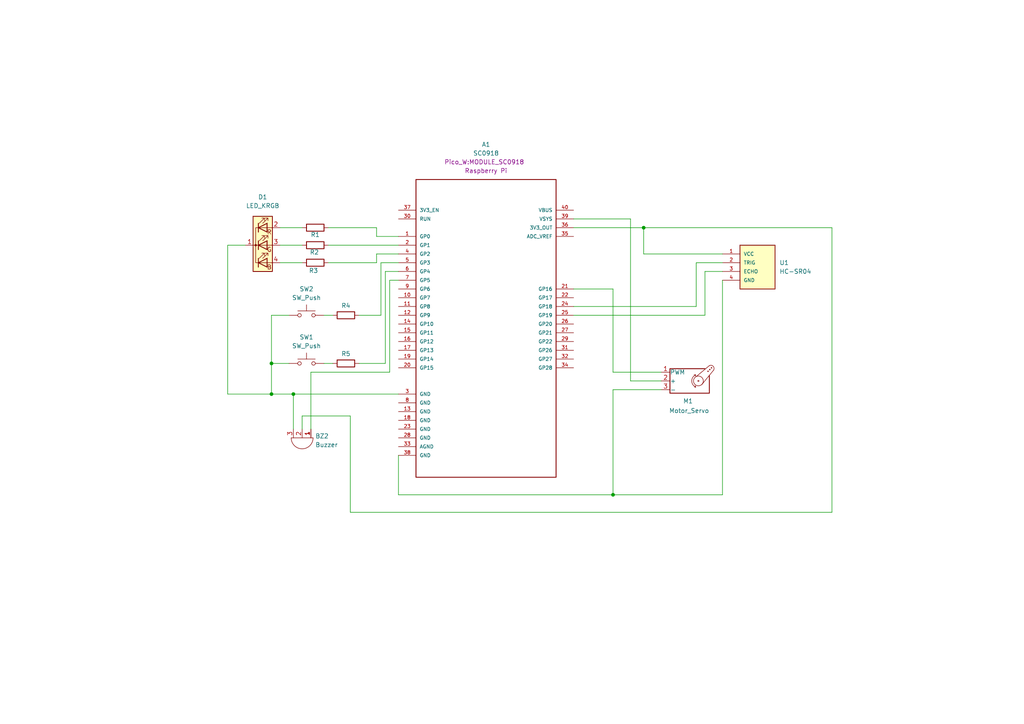
<source format=kicad_sch>
(kicad_sch (version 20231120) (generator "eeschema") (generator_version "8.0")
  (paper "A4")
  (lib_symbols
    (symbol "Buzzer_1" (pin_names (offset 0.0254) hide)
      (property "Reference" "BZ" (at 3.81 1.27 0))
      (property "Value" "Buzzer" (at 3.81 -1.27 0))
      (symbol "Buzzer_1_0_1"
        (arc (start 0 -3.175) (mid 3.1612 0) (end 0 3.175))
        (polyline (pts (xy -1.651 1.905) (xy -1.143 1.905)))
        (polyline (pts (xy -1.397 2.159) (xy -1.397 1.651)))
        (polyline (pts (xy 0 3.175) (xy 0 -3.175)))
      )
      (symbol "Buzzer_1_1_1"
        (pin passive line (at -2.54 2.54 0) (length 2.54) (name "+") (number "1"))
        (pin passive line (at -2.54 2.54 0) (length 2.54) (name "s") (number "1"))
        (pin passive line (at -2.54 0 0) (length 2.54) (name "+") (number "2"))
        (pin passive line (at -2.54 -2.54 0) (length 2.54) (name "-") (number "3"))
      )
    )
    (symbol "Device:LED_KRGB" (pin_names (offset 0) hide)
      (property "Reference" "D" (at 0 9.398 0))
      (property "Value" "LED_KRGB" (at 0 -8.89 0))
      (symbol "LED_KRGB_0_0"
        (text "B" (at 1.905 -6.35 0) (effects (font (size 1.27 1.27))))
        (text "G" (at 1.905 -1.27 0) (effects (font (size 1.27 1.27))))
        (text "R" (at 1.905 3.81 0) (effects (font (size 1.27 1.27))))
      )
      (symbol "LED_KRGB_0_1"
        (circle (center -2.032 0) (radius 0.254) (fill (type outline)))
        (polyline (pts (xy -1.27 -5.08) (xy 1.27 -5.08)))
        (polyline (pts (xy -1.27 -3.81) (xy -1.27 -6.35)) (stroke (width 0.254)))
        (polyline (pts (xy -1.27 0) (xy -2.54 0)))
        (polyline (pts (xy -1.27 1.27) (xy -1.27 -1.27)) (stroke (width 0.254)))
        (polyline (pts (xy -1.27 5.08) (xy 1.27 5.08)))
        (polyline (pts (xy -1.27 6.35) (xy -1.27 3.81)) (stroke (width 0.254)))
        (polyline (pts (xy 1.27 -5.08) (xy 2.54 -5.08)))
        (polyline (pts (xy 1.27 0) (xy -1.27 0)))
        (polyline (pts (xy 1.27 0) (xy 2.54 0)))
        (polyline (pts (xy 1.27 5.08) (xy 2.54 5.08)))
        (polyline (pts (xy -1.27 1.27) (xy -1.27 -1.27) (xy -1.27 -1.27)))
        (polyline (pts (xy -1.27 6.35) (xy -1.27 3.81) (xy -1.27 3.81)))
        (polyline (pts (xy -1.27 5.08) (xy -2.032 5.08) (xy -2.032 -5.08) (xy -1.016 -5.08)))
        (polyline (pts (xy 1.27 -3.81) (xy 1.27 -6.35) (xy -1.27 -5.08) (xy 1.27 -3.81)) (stroke (width 0.254)))
        (polyline (pts (xy 1.27 1.27) (xy 1.27 -1.27) (xy -1.27 0) (xy 1.27 1.27)) (stroke (width 0.254)))
        (polyline (pts (xy 1.27 6.35) (xy 1.27 3.81) (xy -1.27 5.08) (xy 1.27 6.35)) (stroke (width 0.254)))
        (polyline (pts (xy -1.016 -3.81) (xy 0.508 -2.286) (xy -0.254 -2.286) (xy 0.508 -2.286) (xy 0.508 -3.048)))
        (polyline (pts (xy -1.016 1.27) (xy 0.508 2.794) (xy -0.254 2.794) (xy 0.508 2.794) (xy 0.508 2.032)))
        (polyline (pts (xy -1.016 6.35) (xy 0.508 7.874) (xy -0.254 7.874) (xy 0.508 7.874) (xy 0.508 7.112)))
        (polyline (pts (xy 0 -3.81) (xy 1.524 -2.286) (xy 0.762 -2.286) (xy 1.524 -2.286) (xy 1.524 -3.048)))
        (polyline (pts (xy 0 1.27) (xy 1.524 2.794) (xy 0.762 2.794) (xy 1.524 2.794) (xy 1.524 2.032)))
        (polyline (pts (xy 0 6.35) (xy 1.524 7.874) (xy 0.762 7.874) (xy 1.524 7.874) (xy 1.524 7.112)))
        (rectangle (start 1.27 -1.27) (end 1.27 1.27))
        (rectangle (start 1.27 1.27) (end 1.27 1.27))
        (rectangle (start 1.27 3.81) (end 1.27 6.35))
        (rectangle (start 1.27 6.35) (end 1.27 6.35))
        (rectangle (start 2.794 8.382) (end -2.794 -7.62) (stroke (width 0.254)) (fill (type background)))
      )
      (symbol "LED_KRGB_1_1"
        (pin passive line (at -5.08 0 0) (length 2.54) (name "K") (number "1"))
        (pin passive line (at 5.08 5.08 180) (length 2.54) (name "RA") (number "2"))
        (pin passive line (at 5.08 0 180) (length 2.54) (name "GA") (number "3"))
        (pin passive line (at 5.08 -5.08 180) (length 2.54) (name "BA") (number "4"))
      )
    )
    (symbol "Device:R" (pin_numbers hide) (pin_names (offset 0))
      (property "Reference" "R" (at 2.032 0 90))
      (property "Value" "R" (at 0 0 90))
      (symbol "R_0_1"
        (rectangle (start -1.016 -2.54) (end 1.016 2.54) (stroke (width 0.254)))
      )
      (symbol "R_1_1"
        (pin passive line (at 0 3.81 270) (length 1.27) (name "~") (number "1"))
        (pin passive line (at 0 -3.81 90) (length 1.27) (name "~") (number "2"))
      )
    )
    (symbol "Distance_Sensor:HC-SR04" (pin_names (offset 1.016))
      (property "Reference" "U" (at 0 5.0813 0))
      (property "Value" "HC-SR04" (at 0 -10.163 0))
      (symbol "HC-SR04_0_0"
        (rectangle (start 0 -7.62) (end 10.16 5.08) (stroke (width 0.254)) (fill (type background)))
        (pin power_in line (at -5.08 2.54 0) (length 5.08) (name "VCC") (number "1"))
        (pin bidirectional line (at -5.08 0 0) (length 5.08) (name "TRIG") (number "2"))
        (pin bidirectional line (at -5.08 -2.54 0) (length 5.08) (name "ECHO") (number "3"))
        (pin power_in line (at -5.08 -5.08 0) (length 5.08) (name "GND") (number "4"))
      )
    )
    (symbol "Motor:Motor_Servo" (pin_names (offset 0.0254))
      (property "Reference" "M" (at -5.08 4.445 0))
      (property "Value" "Motor_Servo" (at -5.08 -4.064 0))
      (symbol "Motor_Servo_0_1"
        (polyline (pts (xy 2.413 -1.778) (xy 2.032 -1.778)))
        (polyline (pts (xy 2.413 -1.778) (xy 2.286 -1.397)))
        (polyline (pts (xy 2.413 1.778) (xy 1.905 1.778)))
        (polyline (pts (xy 2.413 1.778) (xy 2.286 1.397)))
        (polyline (pts (xy 6.35 4.445) (xy 2.54 1.27)))
        (polyline (pts (xy 7.62 3.175) (xy 4.191 -1.016)))
        (polyline (pts (xy 5.08 3.556) (xy -5.08 3.556) (xy -5.08 -3.556) (xy 6.35 -3.556) (xy 6.35 1.524)) (stroke (width 0.254)))
        (arc (start 2.413 1.778) (mid 1.2406 0) (end 2.413 -1.778))
        (circle (center 3.175 0) (radius 0.1778))
        (circle (center 3.175 0) (radius 1.4224))
        (circle (center 5.969 2.794) (radius 0.127))
        (circle (center 6.477 3.302) (radius 0.127))
        (circle (center 6.985 3.81) (radius 0.127))
        (arc (start 7.62 3.175) (mid 7.4485 4.2735) (end 6.35 4.445))
      )
      (symbol "Motor_Servo_1_1"
        (pin passive line (at -7.62 2.54 0) (length 2.54) (name "PWM") (number "1"))
        (pin passive line (at -7.62 0 0) (length 2.54) (name "+") (number "2"))
        (pin passive line (at -7.62 -2.54 0) (length 2.54) (name "-") (number "3"))
      )
    )
    (symbol "Pico_w:SC0918" (pin_names (offset 1.016))
      (property "Reference" "A1" (at 0 58.42 0))
      (property "Value" "SC0918" (at 0 55.88 0))
      (property "Footprint" "Pico_W:MODULE_SC0918" (at -12.7 -46.99 0))
      (property "manufacturer" "Raspberry Pi" (at 0 53.34 0))
      (symbol "SC0918_0_0"
        (rectangle (start -20.32 -43.18) (end 20.32 43.18) (stroke (width 0.254)))
        (pin bidirectional line (at -25.4 26.67 0) (length 5.08) (name "GP0") (number "1"))
        (pin bidirectional line (at -25.4 8.89 0) (length 5.08) (name "GP7") (number "10"))
        (pin bidirectional line (at -25.4 6.35 0) (length 5.08) (name "GP8") (number "11"))
        (pin bidirectional line (at -25.4 3.81 0) (length 5.08) (name "GP9") (number "12"))
        (pin power_in line (at -25.4 -24.13 0) (length 5.08) (name "GND") (number "13"))
        (pin bidirectional line (at -25.4 1.27 0) (length 5.08) (name "GP10") (number "14"))
        (pin bidirectional line (at -25.4 -1.27 0) (length 5.08) (name "GP11") (number "15"))
        (pin bidirectional line (at -25.4 -3.81 0) (length 5.08) (name "GP12") (number "16"))
        (pin bidirectional line (at -25.4 -6.35 0) (length 5.08) (name "GP13") (number "17"))
        (pin power_in line (at -25.4 -26.67 0) (length 5.08) (name "GND") (number "18"))
        (pin bidirectional line (at -25.4 -8.89 0) (length 5.08) (name "GP14") (number "19"))
        (pin bidirectional line (at -25.4 24.13 0) (length 5.08) (name "GP1") (number "2"))
        (pin bidirectional line (at -25.4 -11.43 0) (length 5.08) (name "GP15") (number "20"))
        (pin bidirectional line (at 25.4 11.43 180) (length 5.08) (name "GP16") (number "21"))
        (pin bidirectional line (at 25.4 8.89 180) (length 5.08) (name "GP17") (number "22"))
        (pin power_in line (at -25.4 -29.21 0) (length 5.08) (name "GND") (number "23"))
        (pin bidirectional line (at 25.4 6.35 180) (length 5.08) (name "GP18") (number "24"))
        (pin bidirectional line (at 25.4 3.81 180) (length 5.08) (name "GP19") (number "25"))
        (pin bidirectional line (at 25.4 1.27 180) (length 5.08) (name "GP20") (number "26"))
        (pin bidirectional line (at 25.4 -1.27 180) (length 5.08) (name "GP21") (number "27"))
        (pin power_in line (at -25.4 -31.75 0) (length 5.08) (name "GND") (number "28"))
        (pin bidirectional line (at 25.4 -3.81 180) (length 5.08) (name "GP22") (number "29"))
        (pin power_in line (at -25.4 -19.05 0) (length 5.08) (name "GND") (number "3"))
        (pin input line (at -25.4 31.75 0) (length 5.08) (name "RUN") (number "30"))
        (pin bidirectional line (at 25.4 -6.35 180) (length 5.08) (name "GP26") (number "31"))
        (pin bidirectional line (at 25.4 -8.89 180) (length 5.08) (name "GP27") (number "32"))
        (pin power_in line (at -25.4 -34.29 0) (length 5.08) (name "AGND") (number "33"))
        (pin bidirectional line (at 25.4 -11.43 180) (length 5.08) (name "GP28") (number "34"))
        (pin power_in line (at 25.4 26.67 180) (length 5.08) (name "ADC_VREF") (number "35"))
        (pin power_in line (at 25.4 29.21 180) (length 5.08) (name "3V3_OUT") (number "36"))
        (pin input line (at -25.4 34.29 0) (length 5.08) (name "3V3_EN") (number "37"))
        (pin power_in line (at -25.4 -36.83 0) (length 5.08) (name "GND") (number "38"))
        (pin free line (at 25.4 31.75 180) (length 5.08) (name "VSYS") (number "39"))
        (pin bidirectional line (at -25.4 21.59 0) (length 5.08) (name "GP2") (number "4"))
        (pin free line (at 25.4 34.29 180) (length 5.08) (name "VBUS") (number "40"))
        (pin bidirectional line (at -25.4 19.05 0) (length 5.08) (name "GP3") (number "5"))
        (pin bidirectional line (at -25.4 16.51 0) (length 5.08) (name "GP4") (number "6"))
        (pin bidirectional line (at -25.4 13.97 0) (length 5.08) (name "GP5") (number "7"))
        (pin power_in line (at -25.4 -21.59 0) (length 5.08) (name "GND") (number "8"))
        (pin bidirectional line (at -25.4 11.43 0) (length 5.08) (name "GP6") (number "9"))
      )
    )
    (symbol "Switch:SW_Push" (pin_numbers hide) (pin_names (offset 1.016) hide)
      (property "Reference" "SW" (at 1.27 2.54 0))
      (property "Value" "SW_Push" (at 0 -1.524 0))
      (symbol "SW_Push_0_1"
        (circle (center -2.032 0) (radius 0.508))
        (polyline (pts (xy 0 1.27) (xy 0 3.048)))
        (polyline (pts (xy 2.54 1.27) (xy -2.54 1.27)))
        (circle (center 2.032 0) (radius 0.508))
        (pin passive line (at -5.08 0 0) (length 2.54) (name "1") (number "1"))
        (pin passive line (at 5.08 0 180) (length 2.54) (name "2") (number "2"))
      )
    )
  )
  (junction (at 85.09 114.3))
  (junction (at 78.74 105.41))
  (junction (at 186.69 66.04))
  (junction (at 177.8 143.51))
  (junction (at 78.74 114.3))
  (wire (pts (xy 113.03 107.95) (xy 113.03 81.28)))
  (wire (pts (xy 95.25 76.2) (xy 109.22 76.2)))
  (wire (pts (xy 101.6 120.65) (xy 101.6 148.59)))
  (wire (pts (xy 87.63 120.65) (xy 101.6 120.65)))
  (wire (pts (xy 204.47 78.74) (xy 209.55 78.74)))
  (wire (pts (xy 85.09 114.3) (xy 85.09 124.46)))
  (wire (pts (xy 115.57 143.51) (xy 177.8 143.51)))
  (wire (pts (xy 113.03 81.28) (xy 115.57 81.28)))
  (wire (pts (xy 109.22 68.58) (xy 115.57 68.58)))
  (wire (pts (xy 109.22 76.2) (xy 109.22 73.66)))
  (wire (pts (xy 81.28 66.04) (xy 87.63 66.04)))
  (wire (pts (xy 177.8 107.95) (xy 177.8 83.82)))
  (wire (pts (xy 186.69 66.04) (xy 166.37 66.04)))
  (wire (pts (xy 109.22 66.04) (xy 109.22 68.58)))
  (wire (pts (xy 191.77 113.03) (xy 177.8 113.03)))
  (wire (pts (xy 95.25 66.04) (xy 109.22 66.04)))
  (wire (pts (xy 209.55 73.66) (xy 186.69 73.66)))
  (wire (pts (xy 182.88 110.49) (xy 182.88 63.5)))
  (wire (pts (xy 83.82 105.41) (xy 78.74 105.41)))
  (wire (pts (xy 115.57 143.51) (xy 115.57 132.08)))
  (wire (pts (xy 209.55 81.28) (xy 209.55 143.51)))
  (wire (pts (xy 78.74 91.44) (xy 78.74 105.41)))
  (wire (pts (xy 104.14 105.41) (xy 111.76 105.41)))
  (wire (pts (xy 78.74 114.3) (xy 85.09 114.3)))
  (wire (pts (xy 177.8 107.95) (xy 191.77 107.95)))
  (wire (pts (xy 111.76 105.41) (xy 111.76 78.74)))
  (wire (pts (xy 177.8 143.51) (xy 209.55 143.51)))
  (wire (pts (xy 78.74 105.41) (xy 78.74 114.3)))
  (wire (pts (xy 101.6 148.59) (xy 241.3 148.59)))
  (wire (pts (xy 186.69 73.66) (xy 186.69 66.04)))
  (wire (pts (xy 110.49 76.2) (xy 115.57 76.2)))
  (wire (pts (xy 85.09 114.3) (xy 115.57 114.3)))
  (wire (pts (xy 93.98 91.44) (xy 96.52 91.44)))
  (wire (pts (xy 182.88 63.5) (xy 166.37 63.5)))
  (wire (pts (xy 90.17 124.46) (xy 90.17 107.95)))
  (wire (pts (xy 111.76 78.74) (xy 115.57 78.74)))
  (wire (pts (xy 104.14 91.44) (xy 110.49 91.44)))
  (wire (pts (xy 90.17 107.95) (xy 113.03 107.95)))
  (wire (pts (xy 110.49 91.44) (xy 110.49 76.2)))
  (wire (pts (xy 71.12 71.12) (xy 66.04 71.12)))
  (wire (pts (xy 95.25 71.12) (xy 115.57 71.12)))
  (wire (pts (xy 93.98 105.41) (xy 96.52 105.41)))
  (wire (pts (xy 166.37 88.9) (xy 201.93 88.9)))
  (wire (pts (xy 81.28 76.2) (xy 87.63 76.2)))
  (wire (pts (xy 204.47 78.74) (xy 204.47 91.44)))
  (wire (pts (xy 81.28 71.12) (xy 87.63 71.12)))
  (wire (pts (xy 241.3 148.59) (xy 241.3 66.04)))
  (wire (pts (xy 241.3 66.04) (xy 186.69 66.04)))
  (wire (pts (xy 83.82 91.44) (xy 78.74 91.44)))
  (wire (pts (xy 109.22 73.66) (xy 115.57 73.66)))
  (wire (pts (xy 177.8 113.03) (xy 177.8 143.51)))
  (wire (pts (xy 177.8 83.82) (xy 166.37 83.82)))
  (wire (pts (xy 66.04 71.12) (xy 66.04 114.3)))
  (wire (pts (xy 66.04 114.3) (xy 78.74 114.3)))
  (wire (pts (xy 166.37 91.44) (xy 204.47 91.44)))
  (wire (pts (xy 201.93 76.2) (xy 201.93 88.9)))
  (wire (pts (xy 191.77 110.49) (xy 182.88 110.49)))
  (wire (pts (xy 201.93 76.2) (xy 209.55 76.2)))
  (wire (pts (xy 87.63 124.46) (xy 87.63 120.65)))
  (symbol (lib_id "Device:R") (at 91.44 71.12 270) (unit 1)
    (property "Reference" "R2" (at 91.186 73.152 90))
    (property "Value" "R" (effects (hide yes)))
    (property "Description" "Resistor" (effects (hide yes)))
  )
  (symbol (lib_id "Device:LED_KRGB") (at 76.2 71.12 0) (unit 1)
    (property "Reference" "D1" (at 76.2 57.15 0))
    (property "Value" "LED_KRGB" (at 76.2 59.69 0))
    (property "Description" "RGB LED, cathode/red/green/blue" (effects (hide yes)))
  )
  (symbol (lib_name "Buzzer_1") (lib_id "Device:Buzzer") (at 87.63 127 270) (unit 1)
    (property "Reference" "BZ2" (at 91.44 126.485 90) (effects (justify left)))
    (property "Value" "Buzzer" (at 91.44 129.025 90) (effects (justify left)))
    (property "Description" "Buzzer, polarized" (effects (hide yes)))
  )
  (symbol (lib_id "Device:R") (at 91.44 76.2 270) (unit 1)
    (property "Reference" "R3" (at 90.932 78.486 90))
    (property "Value" "R" (effects (hide yes)))
    (property "Description" "Resistor" (effects (hide yes)))
  )
  (symbol (lib_id "Device:R") (at 100.33 105.41 270) (unit 1)
    (property "Reference" "R5" (at 100.33 102.616 90))
    (property "Value" "R" (effects (hide yes)))
    (property "Description" "Resistor" (effects (hide yes)))
  )
  (symbol (lib_id "Device:R") (at 91.44 66.04 270) (unit 1)
    (property "Reference" "R1" (at 91.44 68.072 90))
    (property "Value" "R" (effects (hide yes)))
    (property "Description" "Resistor" (effects (hide yes)))
  )
  (symbol (lib_id "Pico_w:SC0918") (at 140.97 95.25 0) (unit 1)
    (property "Reference" "A1" (at 140.97 41.91 0))
    (property "Value" "SC0918" (at 140.97 44.45 0))
    (property "Footprint" "Pico_W:MODULE_SC0918" (at 140.462 46.99 0))
    (property "Datasheet" "https://datasheets.raspberrypi.com/picow/pico-w-datasheet.pdf" (effects (hide yes)))
    (property "manufacturer" "Raspberry Pi" (at 140.97 49.53 0))
    (property "P/N" "SC0918" (effects (hide yes)))
    (property "PARTREV" "1.6" (effects (hide yes)))
    (property "MAXIMUM_PACKAGE_HEIGHT" "3.73mm" (effects (hide yes)))
  )
  (symbol (lib_id "Motor:Motor_Servo") (at 199.39 110.49 0) (unit 1)
    (property "Reference" "M1" (at 198.12 116.332 0) (effects (justify left)))
    (property "Value" "Motor_Servo" (at 194.056 119.126 0) (effects (justify left)))
    (property "Datasheet" "http://forums.parallax.com/uploads/attachments/46831/74481.png" (effects (hide yes)))
    (property "Description" "Servo Motor (Futaba, HiTec, JR connector)" (effects (hide yes)))
  )
  (symbol (lib_id "Switch:SW_Push") (at 88.9 105.41 0) (unit 1)
    (property "Reference" "SW1" (at 88.9 97.79 0))
    (property "Value" "SW_Push" (at 88.9 100.33 0))
    (property "Description" "Push button switch, generic, two pins" (effects (hide yes)))
  )
  (symbol (lib_id "Device:R") (at 100.33 91.44 270) (unit 1)
    (property "Reference" "R4" (at 100.33 88.646 90))
    (property "Value" "R" (effects (hide yes)))
    (property "Description" "Resistor" (effects (hide yes)))
  )
  (symbol (lib_id "Switch:SW_Push") (at 88.9 91.44 0) (unit 1)
    (property "Reference" "SW2" (at 88.9 83.82 0))
    (property "Value" "SW_Push" (at 88.9 86.36 0))
    (property "Description" "Push button switch, generic, two pins" (effects (hide yes)))
  )
  (symbol (lib_id "Distance_Sensor:HC-SR04") (at 214.63 76.2 0) (unit 1)
    (property "Reference" "U1" (at 226.06 76.1999 0) (effects (justify left)))
    (property "Value" "HC-SR04" (at 226.06 78.7399 0) (effects (justify left)))
    (property "Footprint" "HC-SR04:XCVR_HC-SR04" (effects (hide yes)))
    (property "MF" "OSEPP Electronics LTD" (effects (hide yes)))
    (property "Description_1" "\nUltrasonic Sensor Module,Rectangular,20-4000 mm,5 V,15 mA,Arduino Compatible | OSEPP HC-SR04\n" (effects (hide yes)))
    (property "Package" "None" (effects (hide yes)))
    (property "Price" "None" (effects (hide yes)))
    (property "Check_prices" "https://www.snapeda.com/parts/HC-SR04/Applied+Avionics/view-part/?ref=eda" (effects (hide yes)))
    (property "SnapEDA_Link" "https://www.snapeda.com/parts/HC-SR04/Applied+Avionics/view-part/?ref=snap" (effects (hide yes)))
    (property "MP" "HC-SR04" (effects (hide yes)))
    (property "Purchase-URL" "https://www.snapeda.com/api/url_track_click_mouser/?unipart_id=4702917&manufacturer=OSEPP Electronics LTD&part_name=HC-SR04&search_term=None" (effects (hide yes)))
    (property "Availability" "In Stock" (effects (hide yes)))
    (property "MANUFACTURER" "Osepp" (effects (hide yes)))
  )
)
</source>
